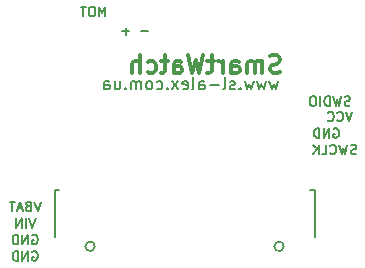
<source format=gbo>
G04 #@! TF.FileFunction,Legend,Bot*
%FSLAX46Y46*%
G04 Gerber Fmt 4.6, Leading zero omitted, Abs format (unit mm)*
G04 Created by KiCad (PCBNEW (2016-04-05 BZR 6665, Git e1b308b)-product) date 04.05.2016 13:46:03*
%MOMM*%
G01*
G04 APERTURE LIST*
%ADD10C,0.100000*%
%ADD11C,0.160000*%
%ADD12C,0.300000*%
%ADD13C,0.150000*%
G04 APERTURE END LIST*
D10*
D11*
X180318285Y-98461904D02*
X180051619Y-99261904D01*
X179784952Y-98461904D01*
X179251619Y-98842857D02*
X179137333Y-98880952D01*
X179099238Y-98919047D01*
X179061142Y-98995238D01*
X179061142Y-99109523D01*
X179099238Y-99185714D01*
X179137333Y-99223809D01*
X179213523Y-99261904D01*
X179518285Y-99261904D01*
X179518285Y-98461904D01*
X179251619Y-98461904D01*
X179175428Y-98500000D01*
X179137333Y-98538095D01*
X179099238Y-98614285D01*
X179099238Y-98690476D01*
X179137333Y-98766666D01*
X179175428Y-98804761D01*
X179251619Y-98842857D01*
X179518285Y-98842857D01*
X178756380Y-99033333D02*
X178375428Y-99033333D01*
X178832571Y-99261904D02*
X178565904Y-98461904D01*
X178299238Y-99261904D01*
X178146857Y-98461904D02*
X177689714Y-98461904D01*
X177918285Y-99261904D02*
X177918285Y-98461904D01*
X179880190Y-99861904D02*
X179613523Y-100661904D01*
X179346857Y-99861904D01*
X179080190Y-100661904D02*
X179080190Y-99861904D01*
X178699238Y-100661904D02*
X178699238Y-99861904D01*
X178242095Y-100661904D01*
X178242095Y-99861904D01*
X179613523Y-101300000D02*
X179689714Y-101261904D01*
X179804000Y-101261904D01*
X179918285Y-101300000D01*
X179994476Y-101376190D01*
X180032571Y-101452380D01*
X180070666Y-101604761D01*
X180070666Y-101719047D01*
X180032571Y-101871428D01*
X179994476Y-101947619D01*
X179918285Y-102023809D01*
X179804000Y-102061904D01*
X179727809Y-102061904D01*
X179613523Y-102023809D01*
X179575428Y-101985714D01*
X179575428Y-101719047D01*
X179727809Y-101719047D01*
X179232571Y-102061904D02*
X179232571Y-101261904D01*
X178775428Y-102061904D01*
X178775428Y-101261904D01*
X178394476Y-102061904D02*
X178394476Y-101261904D01*
X178204000Y-101261904D01*
X178089714Y-101300000D01*
X178013523Y-101376190D01*
X177975428Y-101452380D01*
X177937333Y-101604761D01*
X177937333Y-101719047D01*
X177975428Y-101871428D01*
X178013523Y-101947619D01*
X178089714Y-102023809D01*
X178204000Y-102061904D01*
X178394476Y-102061904D01*
X179613523Y-102700000D02*
X179689714Y-102661904D01*
X179804000Y-102661904D01*
X179918285Y-102700000D01*
X179994476Y-102776190D01*
X180032571Y-102852380D01*
X180070666Y-103004761D01*
X180070666Y-103119047D01*
X180032571Y-103271428D01*
X179994476Y-103347619D01*
X179918285Y-103423809D01*
X179804000Y-103461904D01*
X179727809Y-103461904D01*
X179613523Y-103423809D01*
X179575428Y-103385714D01*
X179575428Y-103119047D01*
X179727809Y-103119047D01*
X179232571Y-103461904D02*
X179232571Y-102661904D01*
X178775428Y-103461904D01*
X178775428Y-102661904D01*
X178394476Y-103461904D02*
X178394476Y-102661904D01*
X178204000Y-102661904D01*
X178089714Y-102700000D01*
X178013523Y-102776190D01*
X177975428Y-102852380D01*
X177937333Y-103004761D01*
X177937333Y-103119047D01*
X177975428Y-103271428D01*
X178013523Y-103347619D01*
X178089714Y-103423809D01*
X178204000Y-103461904D01*
X178394476Y-103461904D01*
X185794476Y-82761904D02*
X185794476Y-81961904D01*
X185527809Y-82533333D01*
X185261142Y-81961904D01*
X185261142Y-82761904D01*
X184727809Y-81961904D02*
X184575428Y-81961904D01*
X184499238Y-82000000D01*
X184423047Y-82076190D01*
X184384952Y-82228571D01*
X184384952Y-82495238D01*
X184423047Y-82647619D01*
X184499238Y-82723809D01*
X184575428Y-82761904D01*
X184727809Y-82761904D01*
X184804000Y-82723809D01*
X184880190Y-82647619D01*
X184918285Y-82495238D01*
X184918285Y-82228571D01*
X184880190Y-82076190D01*
X184804000Y-82000000D01*
X184727809Y-81961904D01*
X184156380Y-81961904D02*
X183699238Y-81961904D01*
X183927809Y-82761904D02*
X183927809Y-81961904D01*
X189408761Y-84057142D02*
X188799238Y-84057142D01*
X187808761Y-84057142D02*
X187199238Y-84057142D01*
X187504000Y-84361904D02*
X187504000Y-83752380D01*
X207013523Y-94423809D02*
X206899238Y-94461904D01*
X206708761Y-94461904D01*
X206632571Y-94423809D01*
X206594476Y-94385714D01*
X206556380Y-94309523D01*
X206556380Y-94233333D01*
X206594476Y-94157142D01*
X206632571Y-94119047D01*
X206708761Y-94080952D01*
X206861142Y-94042857D01*
X206937333Y-94004761D01*
X206975428Y-93966666D01*
X207013523Y-93890476D01*
X207013523Y-93814285D01*
X206975428Y-93738095D01*
X206937333Y-93700000D01*
X206861142Y-93661904D01*
X206670666Y-93661904D01*
X206556380Y-93700000D01*
X206289714Y-93661904D02*
X206099238Y-94461904D01*
X205946857Y-93890476D01*
X205794476Y-94461904D01*
X205604000Y-93661904D01*
X204842095Y-94385714D02*
X204880190Y-94423809D01*
X204994476Y-94461904D01*
X205070666Y-94461904D01*
X205184952Y-94423809D01*
X205261142Y-94347619D01*
X205299238Y-94271428D01*
X205337333Y-94119047D01*
X205337333Y-94004761D01*
X205299238Y-93852380D01*
X205261142Y-93776190D01*
X205184952Y-93700000D01*
X205070666Y-93661904D01*
X204994476Y-93661904D01*
X204880190Y-93700000D01*
X204842095Y-93738095D01*
X204118285Y-94461904D02*
X204499238Y-94461904D01*
X204499238Y-93661904D01*
X203851619Y-94461904D02*
X203851619Y-93661904D01*
X203394476Y-94461904D02*
X203737333Y-94004761D01*
X203394476Y-93661904D02*
X203851619Y-94119047D01*
X206499238Y-90323809D02*
X206384952Y-90361904D01*
X206194476Y-90361904D01*
X206118285Y-90323809D01*
X206080190Y-90285714D01*
X206042095Y-90209523D01*
X206042095Y-90133333D01*
X206080190Y-90057142D01*
X206118285Y-90019047D01*
X206194476Y-89980952D01*
X206346857Y-89942857D01*
X206423047Y-89904761D01*
X206461142Y-89866666D01*
X206499238Y-89790476D01*
X206499238Y-89714285D01*
X206461142Y-89638095D01*
X206423047Y-89600000D01*
X206346857Y-89561904D01*
X206156380Y-89561904D01*
X206042095Y-89600000D01*
X205775428Y-89561904D02*
X205584952Y-90361904D01*
X205432571Y-89790476D01*
X205280190Y-90361904D01*
X205089714Y-89561904D01*
X204784952Y-90361904D02*
X204784952Y-89561904D01*
X204594476Y-89561904D01*
X204480190Y-89600000D01*
X204404000Y-89676190D01*
X204365904Y-89752380D01*
X204327809Y-89904761D01*
X204327809Y-90019047D01*
X204365904Y-90171428D01*
X204404000Y-90247619D01*
X204480190Y-90323809D01*
X204594476Y-90361904D01*
X204784952Y-90361904D01*
X203984952Y-90361904D02*
X203984952Y-89561904D01*
X203451619Y-89561904D02*
X203299238Y-89561904D01*
X203223047Y-89600000D01*
X203146857Y-89676190D01*
X203108761Y-89828571D01*
X203108761Y-90095238D01*
X203146857Y-90247619D01*
X203223047Y-90323809D01*
X203299238Y-90361904D01*
X203451619Y-90361904D01*
X203527809Y-90323809D01*
X203604000Y-90247619D01*
X203642095Y-90095238D01*
X203642095Y-89828571D01*
X203604000Y-89676190D01*
X203527809Y-89600000D01*
X203451619Y-89561904D01*
X205113523Y-92300000D02*
X205189714Y-92261904D01*
X205304000Y-92261904D01*
X205418285Y-92300000D01*
X205494476Y-92376190D01*
X205532571Y-92452380D01*
X205570666Y-92604761D01*
X205570666Y-92719047D01*
X205532571Y-92871428D01*
X205494476Y-92947619D01*
X205418285Y-93023809D01*
X205304000Y-93061904D01*
X205227809Y-93061904D01*
X205113523Y-93023809D01*
X205075428Y-92985714D01*
X205075428Y-92719047D01*
X205227809Y-92719047D01*
X204732571Y-93061904D02*
X204732571Y-92261904D01*
X204275428Y-93061904D01*
X204275428Y-92261904D01*
X203894476Y-93061904D02*
X203894476Y-92261904D01*
X203704000Y-92261904D01*
X203589714Y-92300000D01*
X203513523Y-92376190D01*
X203475428Y-92452380D01*
X203437333Y-92604761D01*
X203437333Y-92719047D01*
X203475428Y-92871428D01*
X203513523Y-92947619D01*
X203589714Y-93023809D01*
X203704000Y-93061904D01*
X203894476Y-93061904D01*
X206670666Y-90861904D02*
X206404000Y-91661904D01*
X206137333Y-90861904D01*
X205413523Y-91585714D02*
X205451619Y-91623809D01*
X205565904Y-91661904D01*
X205642095Y-91661904D01*
X205756380Y-91623809D01*
X205832571Y-91547619D01*
X205870666Y-91471428D01*
X205908761Y-91319047D01*
X205908761Y-91204761D01*
X205870666Y-91052380D01*
X205832571Y-90976190D01*
X205756380Y-90900000D01*
X205642095Y-90861904D01*
X205565904Y-90861904D01*
X205451619Y-90900000D01*
X205413523Y-90938095D01*
X204613523Y-91585714D02*
X204651619Y-91623809D01*
X204765904Y-91661904D01*
X204842095Y-91661904D01*
X204956380Y-91623809D01*
X205032571Y-91547619D01*
X205070666Y-91471428D01*
X205108761Y-91319047D01*
X205108761Y-91204761D01*
X205070666Y-91052380D01*
X205032571Y-90976190D01*
X204956380Y-90900000D01*
X204842095Y-90861904D01*
X204765904Y-90861904D01*
X204651619Y-90900000D01*
X204613523Y-90938095D01*
D12*
X200580714Y-87507142D02*
X200366428Y-87578571D01*
X200009285Y-87578571D01*
X199866428Y-87507142D01*
X199795000Y-87435714D01*
X199723571Y-87292857D01*
X199723571Y-87150000D01*
X199795000Y-87007142D01*
X199866428Y-86935714D01*
X200009285Y-86864285D01*
X200295000Y-86792857D01*
X200437857Y-86721428D01*
X200509285Y-86650000D01*
X200580714Y-86507142D01*
X200580714Y-86364285D01*
X200509285Y-86221428D01*
X200437857Y-86150000D01*
X200295000Y-86078571D01*
X199937857Y-86078571D01*
X199723571Y-86150000D01*
X199080714Y-87578571D02*
X199080714Y-86578571D01*
X199080714Y-86721428D02*
X199009285Y-86650000D01*
X198866428Y-86578571D01*
X198652142Y-86578571D01*
X198509285Y-86650000D01*
X198437857Y-86792857D01*
X198437857Y-87578571D01*
X198437857Y-86792857D02*
X198366428Y-86650000D01*
X198223571Y-86578571D01*
X198009285Y-86578571D01*
X197866428Y-86650000D01*
X197795000Y-86792857D01*
X197795000Y-87578571D01*
X196437857Y-87578571D02*
X196437857Y-86792857D01*
X196509285Y-86650000D01*
X196652142Y-86578571D01*
X196937857Y-86578571D01*
X197080714Y-86650000D01*
X196437857Y-87507142D02*
X196580714Y-87578571D01*
X196937857Y-87578571D01*
X197080714Y-87507142D01*
X197152142Y-87364285D01*
X197152142Y-87221428D01*
X197080714Y-87078571D01*
X196937857Y-87007142D01*
X196580714Y-87007142D01*
X196437857Y-86935714D01*
X195723571Y-87578571D02*
X195723571Y-86578571D01*
X195723571Y-86864285D02*
X195652142Y-86721428D01*
X195580714Y-86650000D01*
X195437857Y-86578571D01*
X195295000Y-86578571D01*
X195009285Y-86578571D02*
X194437857Y-86578571D01*
X194795000Y-86078571D02*
X194795000Y-87364285D01*
X194723571Y-87507142D01*
X194580714Y-87578571D01*
X194437857Y-87578571D01*
X194080714Y-86078571D02*
X193723571Y-87578571D01*
X193437857Y-86507142D01*
X193152142Y-87578571D01*
X192795000Y-86078571D01*
X191580714Y-87578571D02*
X191580714Y-86792857D01*
X191652142Y-86650000D01*
X191795000Y-86578571D01*
X192080714Y-86578571D01*
X192223571Y-86650000D01*
X191580714Y-87507142D02*
X191723571Y-87578571D01*
X192080714Y-87578571D01*
X192223571Y-87507142D01*
X192295000Y-87364285D01*
X192295000Y-87221428D01*
X192223571Y-87078571D01*
X192080714Y-87007142D01*
X191723571Y-87007142D01*
X191580714Y-86935714D01*
X191080714Y-86578571D02*
X190509285Y-86578571D01*
X190866428Y-86078571D02*
X190866428Y-87364285D01*
X190795000Y-87507142D01*
X190652142Y-87578571D01*
X190509285Y-87578571D01*
X189366428Y-87507142D02*
X189509285Y-87578571D01*
X189795000Y-87578571D01*
X189937857Y-87507142D01*
X190009285Y-87435714D01*
X190080714Y-87292857D01*
X190080714Y-86864285D01*
X190009285Y-86721428D01*
X189937857Y-86650000D01*
X189795000Y-86578571D01*
X189509285Y-86578571D01*
X189366428Y-86650000D01*
X188723571Y-87578571D02*
X188723571Y-86078571D01*
X188080714Y-87578571D02*
X188080714Y-86792857D01*
X188152142Y-86650000D01*
X188295000Y-86578571D01*
X188509285Y-86578571D01*
X188652142Y-86650000D01*
X188723571Y-86721428D01*
D11*
X200432571Y-88285714D02*
X200242095Y-88952380D01*
X200051619Y-88476190D01*
X199861142Y-88952380D01*
X199670666Y-88285714D01*
X199384952Y-88285714D02*
X199194476Y-88952380D01*
X199004000Y-88476190D01*
X198813523Y-88952380D01*
X198623047Y-88285714D01*
X198337333Y-88285714D02*
X198146857Y-88952380D01*
X197956380Y-88476190D01*
X197765904Y-88952380D01*
X197575428Y-88285714D01*
X197194476Y-88857142D02*
X197146857Y-88904761D01*
X197194476Y-88952380D01*
X197242095Y-88904761D01*
X197194476Y-88857142D01*
X197194476Y-88952380D01*
X196765904Y-88904761D02*
X196670666Y-88952380D01*
X196480190Y-88952380D01*
X196384952Y-88904761D01*
X196337333Y-88809523D01*
X196337333Y-88761904D01*
X196384952Y-88666666D01*
X196480190Y-88619047D01*
X196623047Y-88619047D01*
X196718285Y-88571428D01*
X196765904Y-88476190D01*
X196765904Y-88428571D01*
X196718285Y-88333333D01*
X196623047Y-88285714D01*
X196480190Y-88285714D01*
X196384952Y-88333333D01*
X195765904Y-88952380D02*
X195861142Y-88904761D01*
X195908761Y-88809523D01*
X195908761Y-87952380D01*
X195384952Y-88571428D02*
X194623047Y-88571428D01*
X193718285Y-88952380D02*
X193718285Y-88428571D01*
X193765904Y-88333333D01*
X193861142Y-88285714D01*
X194051619Y-88285714D01*
X194146857Y-88333333D01*
X193718285Y-88904761D02*
X193813523Y-88952380D01*
X194051619Y-88952380D01*
X194146857Y-88904761D01*
X194194476Y-88809523D01*
X194194476Y-88714285D01*
X194146857Y-88619047D01*
X194051619Y-88571428D01*
X193813523Y-88571428D01*
X193718285Y-88523809D01*
X193099238Y-88952380D02*
X193194476Y-88904761D01*
X193242095Y-88809523D01*
X193242095Y-87952380D01*
X192337333Y-88904761D02*
X192432571Y-88952380D01*
X192623047Y-88952380D01*
X192718285Y-88904761D01*
X192765904Y-88809523D01*
X192765904Y-88428571D01*
X192718285Y-88333333D01*
X192623047Y-88285714D01*
X192432571Y-88285714D01*
X192337333Y-88333333D01*
X192289714Y-88428571D01*
X192289714Y-88523809D01*
X192765904Y-88619047D01*
X191956380Y-88952380D02*
X191432571Y-88285714D01*
X191956380Y-88285714D02*
X191432571Y-88952380D01*
X191051619Y-88857142D02*
X191004000Y-88904761D01*
X191051619Y-88952380D01*
X191099238Y-88904761D01*
X191051619Y-88857142D01*
X191051619Y-88952380D01*
X190146857Y-88904761D02*
X190242095Y-88952380D01*
X190432571Y-88952380D01*
X190527809Y-88904761D01*
X190575428Y-88857142D01*
X190623047Y-88761904D01*
X190623047Y-88476190D01*
X190575428Y-88380952D01*
X190527809Y-88333333D01*
X190432571Y-88285714D01*
X190242095Y-88285714D01*
X190146857Y-88333333D01*
X189575428Y-88952380D02*
X189670666Y-88904761D01*
X189718285Y-88857142D01*
X189765904Y-88761904D01*
X189765904Y-88476190D01*
X189718285Y-88380952D01*
X189670666Y-88333333D01*
X189575428Y-88285714D01*
X189432571Y-88285714D01*
X189337333Y-88333333D01*
X189289714Y-88380952D01*
X189242095Y-88476190D01*
X189242095Y-88761904D01*
X189289714Y-88857142D01*
X189337333Y-88904761D01*
X189432571Y-88952380D01*
X189575428Y-88952380D01*
X188813523Y-88952380D02*
X188813523Y-88285714D01*
X188813523Y-88380952D02*
X188765904Y-88333333D01*
X188670666Y-88285714D01*
X188527809Y-88285714D01*
X188432571Y-88333333D01*
X188384952Y-88428571D01*
X188384952Y-88952380D01*
X188384952Y-88428571D02*
X188337333Y-88333333D01*
X188242095Y-88285714D01*
X188099238Y-88285714D01*
X188004000Y-88333333D01*
X187956380Y-88428571D01*
X187956380Y-88952380D01*
X187480190Y-88857142D02*
X187432571Y-88904761D01*
X187480190Y-88952380D01*
X187527809Y-88904761D01*
X187480190Y-88857142D01*
X187480190Y-88952380D01*
X186575428Y-88285714D02*
X186575428Y-88952380D01*
X187004000Y-88285714D02*
X187004000Y-88809523D01*
X186956380Y-88904761D01*
X186861142Y-88952380D01*
X186718285Y-88952380D01*
X186623047Y-88904761D01*
X186575428Y-88857142D01*
X185670666Y-88952380D02*
X185670666Y-88428571D01*
X185718285Y-88333333D01*
X185813523Y-88285714D01*
X186004000Y-88285714D01*
X186099238Y-88333333D01*
X185670666Y-88904761D02*
X185765904Y-88952380D01*
X186004000Y-88952380D01*
X186099238Y-88904761D01*
X186146857Y-88809523D01*
X186146857Y-88714285D01*
X186099238Y-88619047D01*
X186004000Y-88571428D01*
X185765904Y-88571428D01*
X185670666Y-88523809D01*
D13*
X200900000Y-102250000D02*
G75*
G03X200900000Y-102250000I-400000J0D01*
G01*
X184900000Y-102250000D02*
G75*
G03X184900000Y-102250000I-400000J0D01*
G01*
X203500000Y-97500000D02*
X203500000Y-101500000D01*
X203150000Y-97500000D02*
X203500000Y-97500000D01*
X181500000Y-97500000D02*
X181500000Y-101500000D01*
X181500000Y-97500000D02*
X181850000Y-97500000D01*
M02*

</source>
